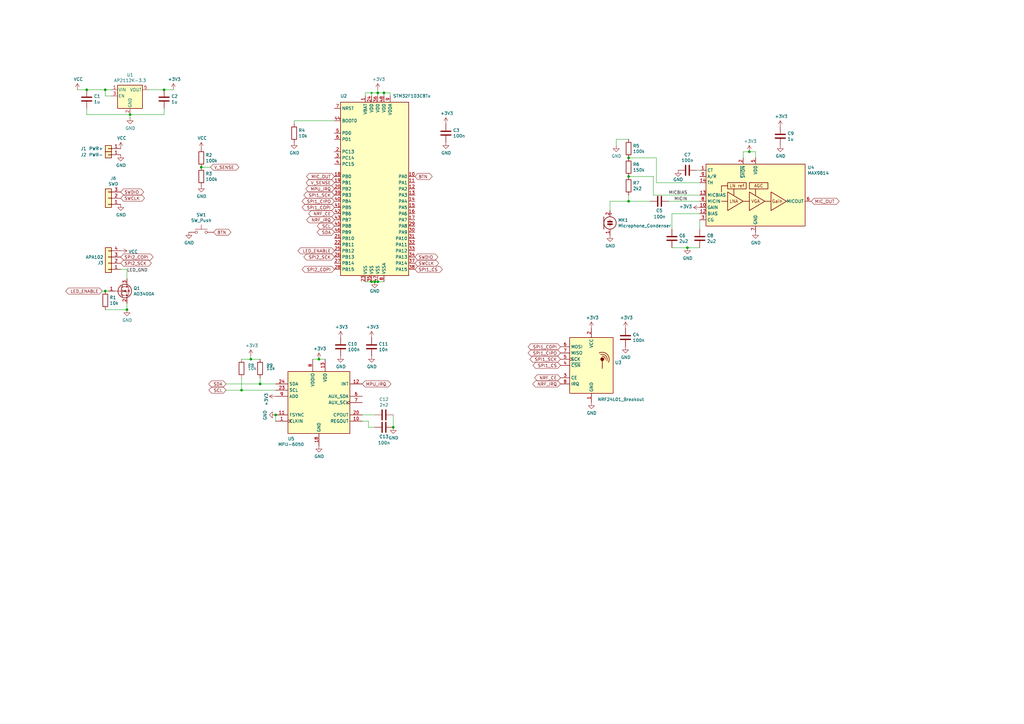
<source format=kicad_sch>
(kicad_sch (version 20200618) (host eeschema "(5.99.0-2238-g55daf645b)")
  (page 1 1)
  (paper "A3")
  (lib_symbols
    (symbol "Amplifier_Audio:MAX9814" (pin_names (offset 0.508))
      (property "Reference" "U" (at -20.32 13.97 0))
      (property "Value" "MAX9814" (at 11.43 13.97 0))
      (symbol "MAX9814_0_0"
        (text "AGC" (at 1.27 3.81 0) (effects (font (size 1.27 1.27))))
        (text "Gain" (at 8.89 -2.54 0) (effects (font (size 1.27 1.27))))
        (text "LN ref" (at -7.62 3.81 0) (effects (font (size 1.27 1.27))))
        (text "LNA" (at -8.89 -2.54 0) (effects (font (size 1.27 1.27))))
        (text "VGA" (at 0 -2.54 0) (effects (font (size 1.27 1.27))))
        (rectangle (start -11.43 5.08) (end -3.81 2.54) (stroke (width 0.254)))
        (rectangle (start -2.54 5.08) (end 5.08 2.54) (stroke (width 0.254)))
        (polyline (pts (xy -11.43 -2.54) (xy -13.97 -2.54)) (stroke (width 0.254)))
        (polyline (pts (xy -8.89 2.54) (xy -8.89 0)) (stroke (width 0.254)))
        (polyline (pts (xy -2.54 -2.54) (xy -5.08 -2.54)) (stroke (width 0.254)))
        (polyline (pts (xy 0 2.54) (xy 0 0)) (stroke (width 0.254)))
        (polyline (pts (xy 3.81 -2.54) (xy 6.35 -2.54)) (stroke (width 0.254)))
        (polyline (pts (xy -11.43 3.81) (xy -13.97 3.81) (xy -13.97 1.27)) (stroke (width 0.254)))
        (polyline (pts (xy -5.08 -2.54) (xy -11.43 1.27) (xy -11.43 -6.35) (xy -5.08 -2.54)) (stroke (width 0.254)))
        (polyline (pts (xy 3.81 -2.54) (xy -2.54 1.27) (xy -2.54 -6.35) (xy 3.81 -2.54)) (stroke (width 0.254)))
        (polyline (pts (xy 12.7 -2.54) (xy 6.35 1.27) (xy 6.35 -6.35) (xy 12.7 -2.54)) (stroke (width 0.254)))
      )
      (symbol "MAX9814_0_1"
        (rectangle (start -20.32 12.7) (end 20.32 -12.7) (stroke (width 0.254)) (fill (type background)))
      )
      (symbol "MAX9814_1_1"
        (pin input line (at -22.86 10.16 0) (length 2.54) (name "CT") (number "1"))
        (pin input line (at -22.86 -5.08 0) (length 2.54) (name "GAIN") (number "10"))
        (pin passive line (at 0 -15.24 90) (length 2.54) hide (name "GND") (number "11"))
        (pin passive line (at -22.86 -7.62 0) (length 2.54) (name "BIAS") (number "12"))
        (pin output line (at -22.86 0 0) (length 2.54) (name "MICBIAS") (number "13"))
        (pin input line (at -22.86 5.08 0) (length 2.54) (name "TH") (number "14"))
        (pin passive line (at 0 -15.24 90) (length 2.54) hide (name "GND") (number "15"))
        (pin input line (at -5.08 15.24 270) (length 2.54) (name "~SHDN") (number "2"))
        (pin passive line (at -22.86 -10.16 0) (length 2.54) (name "CG") (number "3"))
        (pin passive line (at 0 -15.24 90) (length 2.54) hide (name "GND") (number "4"))
        (pin power_in line (at 0 15.24 270) (length 2.54) (name "VDD") (number "5"))
        (pin output line (at 22.86 -2.54 180) (length 2.54) (name "MICOUT") (number "6"))
        (pin power_in line (at 0 -15.24 90) (length 2.54) (name "GND") (number "7"))
        (pin input line (at -22.86 -2.54 0) (length 2.54) (name "MICIN") (number "8"))
        (pin input line (at -22.86 7.62 0) (length 2.54) (name "A/R") (number "9"))
      )
    )
    (symbol "Connector_Generic:Conn_01x01" (pin_names hide)
      (property "Reference" "J" (at 0 2.54 0))
      (property "Value" "Conn_01x01" (at 0 -2.54 0))
      (symbol "Conn_01x01_1_1"
        (rectangle (start -1.27 0.127) (end 0 -0.127) (stroke (width 0.1524)))
        (rectangle (start -1.27 1.27) (end 1.27 -1.27) (stroke (width 0.254)) (fill (type background)))
        (pin passive line (at -5.08 0 0) (length 3.81) (name "Pin_1") (number "1"))
      )
    )
    (symbol "Connector_Generic:Conn_01x03" (pin_names hide)
      (property "Reference" "J" (at 0 5.08 0))
      (property "Value" "Conn_01x03" (at 0 -5.08 0))
      (symbol "Conn_01x03_1_1"
        (rectangle (start -1.27 -2.413) (end 0 -2.667) (stroke (width 0.1524)))
        (rectangle (start -1.27 2.667) (end 0 2.413) (stroke (width 0.1524)))
        (rectangle (start -1.27 3.81) (end 1.27 -3.81) (stroke (width 0.254)) (fill (type background)))
        (rectangle (start -1.27 0.127) (end 0 -0.127) (stroke (width 0.1524)))
        (pin passive line (at -5.08 2.54 0) (length 3.81) (name "Pin_1") (number "1"))
        (pin passive line (at -5.08 0 0) (length 3.81) (name "Pin_2") (number "2"))
        (pin passive line (at -5.08 -2.54 0) (length 3.81) (name "Pin_3") (number "3"))
      )
    )
    (symbol "Connector_Generic:Conn_01x04" (pin_names hide)
      (property "Reference" "J" (at 0 5.08 0))
      (property "Value" "Conn_01x04" (at 0 -7.62 0))
      (symbol "Conn_01x04_1_1"
        (rectangle (start -1.27 -4.953) (end 0 -5.207) (stroke (width 0.1524)))
        (rectangle (start -1.27 -2.413) (end 0 -2.667) (stroke (width 0.1524)))
        (rectangle (start -1.27 2.667) (end 0 2.413) (stroke (width 0.1524)))
        (rectangle (start -1.27 3.81) (end 1.27 -6.35) (stroke (width 0.254)) (fill (type background)))
        (rectangle (start -1.27 0.127) (end 0 -0.127) (stroke (width 0.1524)))
        (pin passive line (at -5.08 2.54 0) (length 3.81) (name "Pin_1") (number "1"))
        (pin passive line (at -5.08 0 0) (length 3.81) (name "Pin_2") (number "2"))
        (pin passive line (at -5.08 -2.54 0) (length 3.81) (name "Pin_3") (number "3"))
        (pin passive line (at -5.08 -5.08 0) (length 3.81) (name "Pin_4") (number "4"))
      )
    )
    (symbol "Device:C" (pin_numbers hide) (pin_names (offset 0.254))
      (property "Reference" "C" (at 0.635 2.54 0))
      (property "Value" "C" (at 0.635 -2.54 0))
      (symbol "C_0_1"
        (polyline (pts (xy -2.032 -0.762) (xy 2.032 -0.762)) (stroke (width 0.508)))
        (polyline (pts (xy -2.032 0.762) (xy 2.032 0.762)) (stroke (width 0.508)))
      )
      (symbol "C_1_1"
        (pin passive line (at 0 3.81 270) (length 2.794) (name "~") (number "1"))
        (pin passive line (at 0 -3.81 90) (length 2.794) (name "~") (number "2"))
      )
    )
    (symbol "Device:Microphone_Condenser" (pin_names (offset 0.0254) hide)
      (property "Reference" "MK" (at -3.302 1.27 0))
      (property "Value" "Microphone_Condenser" (at -3.302 -0.635 0))
      (symbol "Microphone_Condenser_0_1"
        (circle (center 0 0) (radius 2.54) (stroke (width 0.254)))
        (rectangle (start 1.016 -0.254) (end -1.016 -0.762) (fill (type outline)))
        (rectangle (start 1.016 0.762) (end -1.016 0.254) (fill (type outline)))
        (polyline (pts (xy -2.54 2.54) (xy -2.54 -2.54)) (stroke (width 0.254)))
        (polyline (pts (xy 0 -0.762) (xy 0 -1.524)))
        (polyline (pts (xy 0 0.762) (xy 0 1.524)))
        (polyline (pts (xy 0.254 3.81) (xy 0.762 3.81)))
        (polyline (pts (xy 0.508 4.064) (xy 0.508 3.556)))
      )
      (symbol "Microphone_Condenser_1_1"
        (pin passive line (at 0 -5.08 90) (length 2.54) (name "-") (number "1"))
        (pin passive line (at 0 5.08 270) (length 2.54) (name "+") (number "2"))
      )
    )
    (symbol "Device:R" (pin_numbers hide) (pin_names (offset 0))
      (property "Reference" "R" (at 2.032 0 90))
      (property "Value" "R" (at 0 0 90))
      (symbol "R_0_1"
        (rectangle (start -1.016 -2.54) (end 1.016 2.54) (stroke (width 0.254)))
      )
      (symbol "R_1_1"
        (pin passive line (at 0 3.81 270) (length 1.27) (name "~") (number "1"))
        (pin passive line (at 0 -3.81 90) (length 1.27) (name "~") (number "2"))
      )
    )
    (symbol "MCU_ST_STM32F1:STM32F103C8Tx" (pin_names (offset 0.508))
      (property "Reference" "U" (at -15.24 36.83 0))
      (property "Value" "STM32F103C8Tx" (at 7.62 36.83 0))
      (symbol "STM32F103C8Tx_0_1"
        (rectangle (start -15.24 -35.56) (end 12.7 35.56) (stroke (width 0.254)) (fill (type background)))
      )
      (symbol "STM32F103C8Tx_1_1"
        (pin input line (at -17.78 27.94 0) (length 2.54) (name "BOOT0") (number "44"))
        (pin input line (at -17.78 33.02 0) (length 2.54) (name "NRST") (number "7"))
        (pin bidirectional line (at 15.24 5.08 180) (length 2.54) (name "PA0") (number "10"))
        (pin bidirectional line (at 15.24 2.54 180) (length 2.54) (name "PA1") (number "11"))
        (pin bidirectional line (at 15.24 -20.32 180) (length 2.54) (name "PA10") (number "31"))
        (pin bidirectional line (at 15.24 -22.86 180) (length 2.54) (name "PA11") (number "32"))
        (pin bidirectional line (at 15.24 -25.4 180) (length 2.54) (name "PA12") (number "33"))
        (pin bidirectional line (at 15.24 -27.94 180) (length 2.54) (name "PA13") (number "34"))
        (pin bidirectional line (at 15.24 -30.48 180) (length 2.54) (name "PA14") (number "37"))
        (pin bidirectional line (at 15.24 -33.02 180) (length 2.54) (name "PA15") (number "38"))
        (pin bidirectional line (at 15.24 0 180) (length 2.54) (name "PA2") (number "12"))
        (pin bidirectional line (at 15.24 -2.54 180) (length 2.54) (name "PA3") (number "13"))
        (pin bidirectional line (at 15.24 -5.08 180) (length 2.54) (name "PA4") (number "14"))
        (pin bidirectional line (at 15.24 -7.62 180) (length 2.54) (name "PA5") (number "15"))
        (pin bidirectional line (at 15.24 -10.16 180) (length 2.54) (name "PA6") (number "16"))
        (pin bidirectional line (at 15.24 -12.7 180) (length 2.54) (name "PA7") (number "17"))
        (pin bidirectional line (at 15.24 -15.24 180) (length 2.54) (name "PA8") (number "29"))
        (pin bidirectional line (at 15.24 -17.78 180) (length 2.54) (name "PA9") (number "30"))
        (pin bidirectional line (at -17.78 5.08 0) (length 2.54) (name "PB0") (number "18"))
        (pin bidirectional line (at -17.78 2.54 0) (length 2.54) (name "PB1") (number "19"))
        (pin bidirectional line (at -17.78 -20.32 0) (length 2.54) (name "PB10") (number "21"))
        (pin bidirectional line (at -17.78 -22.86 0) (length 2.54) (name "PB11") (number "22"))
        (pin bidirectional line (at -17.78 -25.4 0) (length 2.54) (name "PB12") (number "25"))
        (pin bidirectional line (at -17.78 -27.94 0) (length 2.54) (name "PB13") (number "26"))
        (pin bidirectional line (at -17.78 -30.48 0) (length 2.54) (name "PB14") (number "27"))
        (pin bidirectional line (at -17.78 -33.02 0) (length 2.54) (name "PB15") (number "28"))
        (pin bidirectional line (at -17.78 0 0) (length 2.54) (name "PB2") (number "20"))
        (pin bidirectional line (at -17.78 -2.54 0) (length 2.54) (name "PB3") (number "39"))
        (pin bidirectional line (at -17.78 -5.08 0) (length 2.54) (name "PB4") (number "40"))
        (pin bidirectional line (at -17.78 -7.62 0) (length 2.54) (name "PB5") (number "41"))
        (pin bidirectional line (at -17.78 -10.16 0) (length 2.54) (name "PB6") (number "42"))
        (pin bidirectional line (at -17.78 -12.7 0) (length 2.54) (name "PB7") (number "43"))
        (pin bidirectional line (at -17.78 -15.24 0) (length 2.54) (name "PB8") (number "45"))
        (pin bidirectional line (at -17.78 -17.78 0) (length 2.54) (name "PB9") (number "46"))
        (pin bidirectional line (at -17.78 15.24 0) (length 2.54) (name "PC13") (number "2"))
        (pin bidirectional line (at -17.78 12.7 0) (length 2.54) (name "PC14") (number "3"))
        (pin bidirectional line (at -17.78 10.16 0) (length 2.54) (name "PC15") (number "4"))
        (pin input line (at -17.78 22.86 0) (length 2.54) (name "PD0") (number "5"))
        (pin input line (at -17.78 20.32 0) (length 2.54) (name "PD1") (number "6"))
        (pin power_in line (at -5.08 38.1 270) (length 2.54) (name "VBAT") (number "1"))
        (pin power_in line (at -2.54 38.1 270) (length 2.54) (name "VDD") (number "24"))
        (pin power_in line (at 0 38.1 270) (length 2.54) (name "VDD") (number "36"))
        (pin power_in line (at 2.54 38.1 270) (length 2.54) (name "VDD") (number "48"))
        (pin power_in line (at 5.08 38.1 270) (length 2.54) (name "VDDA") (number "9"))
        (pin power_in line (at -5.08 -38.1 90) (length 2.54) (name "VSS") (number "23"))
        (pin power_in line (at -2.54 -38.1 90) (length 2.54) (name "VSS") (number "35"))
        (pin power_in line (at 0 -38.1 90) (length 2.54) (name "VSS") (number "47"))
        (pin power_in line (at 2.54 -38.1 90) (length 2.54) (name "VSSA") (number "8"))
      )
    )
    (symbol "RF:NRF24L01_Breakout"
      (property "Reference" "U" (at -8.89 12.7 0))
      (property "Value" "NRF24L01_Breakout" (at 3.81 12.7 0))
      (symbol "NRF24L01_Breakout_0_1"
        (arc (start 3.175 5.08) (end 6.985 1.27) (radius (at 4.445 2.54) (length 2.8448) (angles 116.6 -26.6)) (stroke (width 0.254)))
        (arc (start 4.445 3.81) (end 5.715 2.54) (radius (at 4.445 2.5654) (length 1.2446) (angles 90 -1.1)) (stroke (width 0.254)))
        (arc (start 3.81 4.445) (end 6.35 1.905) (radius (at 4.445 2.5654) (length 1.9812) (angles 108.7 -19.1)) (stroke (width 0.254)))
        (circle (center 4.445 2.54) (radius 0.635) (stroke (width 0.254)) (fill (type outline)))
        (rectangle (start -8.89 11.43) (end 8.89 -11.43) (stroke (width 0.254)) (fill (type background)))
        (polyline (pts (xy 4.445 1.905) (xy 4.445 -1.27)) (stroke (width 0.254)))
      )
      (symbol "NRF24L01_Breakout_1_1"
        (pin power_in line (at 0 -15.24 90) (length 3.81) (name "GND") (number "1"))
        (pin power_in line (at 0 15.24 270) (length 3.81) (name "VCC") (number "2"))
        (pin input line (at -12.7 -5.08 0) (length 3.81) (name "CE") (number "3"))
        (pin input line (at -12.7 0 0) (length 3.81) (name "~CSN") (number "4"))
        (pin input clock (at -12.7 2.54 0) (length 3.81) (name "SCK") (number "5"))
        (pin input line (at -12.7 7.62 0) (length 3.81) (name "MOSI") (number "6"))
        (pin output line (at -12.7 5.08 0) (length 3.81) (name "MISO") (number "7"))
        (pin output line (at -12.7 -7.62 0) (length 3.81) (name "IRQ") (number "8"))
      )
    )
    (symbol "Regulator_Linear:AP2112K-3.3" (pin_names (offset 0.254))
      (property "Reference" "U" (at -5.08 5.715 0))
      (property "Value" "AP2112K-3.3" (at 0 5.715 0))
      (symbol "AP2112K-3.3_0_1"
        (rectangle (start -5.08 4.445) (end 5.08 -5.08) (stroke (width 0.254)) (fill (type background)))
      )
      (symbol "AP2112K-3.3_1_1"
        (pin power_in line (at -7.62 2.54 0) (length 2.54) (name "VIN") (number "1"))
        (pin power_in line (at 0 -7.62 90) (length 2.54) (name "GND") (number "2"))
        (pin input line (at -7.62 0 0) (length 2.54) (name "EN") (number "3"))
        (pin unconnected line (at 7.62 0 180) (length 2.54) hide (name "NC") (number "4"))
        (pin power_out line (at 7.62 2.54 180) (length 2.54) (name "VOUT") (number "5"))
      )
    )
    (symbol "Sensor_Motion:MPU-6050" (pin_names (offset 0.508))
      (property "Reference" "U" (at -11.43 13.97 0))
      (property "Value" "MPU-6050" (at 7.62 -13.97 0))
      (symbol "MPU-6050_0_1"
        (rectangle (start -12.7 12.7) (end 12.7 -12.7) (stroke (width 0.254)) (fill (type background)))
      )
      (symbol "MPU-6050_1_1"
        (pin input clock (at -17.78 -7.62 0) (length 5.08) (name "CLKIN") (number "1"))
        (pin passive line (at 17.78 -7.62 180) (length 5.08) (name "REGOUT") (number "10"))
        (pin input line (at -17.78 -5.08 0) (length 5.08) (name "FSYNC") (number "11"))
        (pin output line (at 17.78 7.62 180) (length 5.08) (name "INT") (number "12"))
        (pin power_in line (at 2.54 17.78 270) (length 5.08) (name "VDD") (number "13"))
        (pin power_in line (at 0 -17.78 90) (length 5.08) (name "GND") (number "18"))
        (pin passive line (at 17.78 -5.08 180) (length 5.08) (name "CPOUT") (number "20"))
        (pin input line (at -17.78 5.08 0) (length 5.08) (name "SCL") (number "23"))
        (pin bidirectional line (at -17.78 7.62 0) (length 5.08) (name "SDA") (number "24"))
        (pin bidirectional line (at 17.78 2.54 180) (length 5.08) (name "AUX_SDA") (number "6"))
        (pin output clock (at 17.78 0 180) (length 5.08) (name "AUX_SCL") (number "7"))
        (pin power_in line (at -2.54 17.78 270) (length 5.08) (name "VDDIO") (number "8"))
        (pin input line (at -17.78 2.54 0) (length 5.08) (name "AD0") (number "9"))
      )
    )
    (symbol "Switch:SW_Push" (pin_numbers hide) (pin_names hide)
      (property "Reference" "SW" (at 1.27 2.54 0))
      (property "Value" "SW_Push" (at 0 -1.524 0))
      (symbol "SW_Push_0_1"
        (circle (center -2.032 0) (radius 0.508))
        (circle (center 2.032 0) (radius 0.508))
        (polyline (pts (xy 0 1.27) (xy 0 3.048)))
        (polyline (pts (xy 2.54 1.27) (xy -2.54 1.27)))
        (pin passive line (at -5.08 0 0) (length 2.54) (name "1") (number "1"))
        (pin passive line (at 5.08 0 180) (length 2.54) (name "2") (number "2"))
      )
    )
    (symbol "Transistor_FET:AO3400A" (pin_names (offset 0.508) hide)
      (property "Reference" "Q" (at 5.08 1.905 0))
      (property "Value" "AO3400A" (at 5.08 0 0))
      (symbol "AO3400A_0_1"
        (circle (center 1.651 0) (radius 2.794) (stroke (width 0.254)))
        (circle (center 2.54 -1.778) (radius 0.254) (fill (type outline)))
        (circle (center 2.54 1.778) (radius 0.254) (fill (type outline)))
        (polyline (pts (xy 0.254 0) (xy -2.54 0)))
        (polyline (pts (xy 0.254 1.905) (xy 0.254 -1.905)) (stroke (width 0.254)))
        (polyline (pts (xy 0.762 -1.27) (xy 0.762 -2.286)) (stroke (width 0.254)))
        (polyline (pts (xy 0.762 0.508) (xy 0.762 -0.508)) (stroke (width 0.254)))
        (polyline (pts (xy 0.762 2.286) (xy 0.762 1.27)) (stroke (width 0.254)))
        (polyline (pts (xy 2.54 2.54) (xy 2.54 1.778)))
        (polyline (pts (xy 2.54 -2.54) (xy 2.54 0) (xy 0.762 0)))
        (polyline (pts (xy 0.762 -1.778) (xy 3.302 -1.778) (xy 3.302 1.778) (xy 0.762 1.778)))
        (polyline (pts (xy 1.016 0) (xy 2.032 0.381) (xy 2.032 -0.381) (xy 1.016 0)) (fill (type outline)))
        (polyline (pts (xy 2.794 0.508) (xy 2.921 0.381) (xy 3.683 0.381) (xy 3.81 0.254)))
        (polyline (pts (xy 3.302 0.381) (xy 2.921 -0.254) (xy 3.683 -0.254) (xy 3.302 0.381)))
      )
      (symbol "AO3400A_1_1"
        (pin input line (at -5.08 0 0) (length 2.54) (name "G") (number "1"))
        (pin passive line (at 2.54 -5.08 90) (length 2.54) (name "S") (number "2"))
        (pin passive line (at 2.54 5.08 270) (length 2.54) (name "D") (number "3"))
      )
    )
    (symbol "power:+3V3" (power) (pin_names (offset 0))
      (property "Value" "+3V3" (at 0 3.556 0))
      (symbol "+3V3_0_1"
        (polyline (pts (xy -0.762 1.27) (xy 0 2.54)))
        (polyline (pts (xy 0 0) (xy 0 2.54)))
        (polyline (pts (xy 0 2.54) (xy 0.762 1.27)))
      )
      (symbol "+3V3_1_1"
        (pin power_in line (at 0 0 90) (length 0) hide (name "+3V3") (number "1"))
      )
    )
    (symbol "power:GND" (power) (pin_names (offset 0))
      (property "Value" "GND" (at 0 -3.81 0))
      (symbol "GND_0_1"
        (polyline (pts (xy 0 0) (xy 0 -1.27) (xy 1.27 -1.27) (xy 0 -2.54) (xy -1.27 -1.27) (xy 0 -1.27)))
      )
      (symbol "GND_1_1"
        (pin power_in line (at 0 0 270) (length 0) hide (name "GND") (number "1"))
      )
    )
    (symbol "power:VCC" (power) (pin_names (offset 0))
      (property "Value" "VCC" (at 0 3.81 0))
      (symbol "VCC_0_1"
        (polyline (pts (xy -0.762 1.27) (xy 0 2.54)))
        (polyline (pts (xy 0 0) (xy 0 2.54)))
        (polyline (pts (xy 0 2.54) (xy 0.762 1.27)))
      )
      (symbol "VCC_1_1"
        (pin power_in line (at 0 0 90) (length 0) hide (name "VCC") (number "1"))
      )
    )
  )
  (junction (at 35.56 36.83))
  (junction (at 43.18 36.83))
  (junction (at 43.18 119.38))
  (junction (at 52.07 127))
  (junction (at 53.34 46.99))
  (junction (at 67.31 36.83))
  (junction (at 82.55 68.58))
  (junction (at 99.06 160.02))
  (junction (at 102.87 147.32))
  (junction (at 106.68 157.48))
  (junction (at 113.03 170.18))
  (junction (at 130.81 147.32))
  (junction (at 152.4 38.1) (diameter 0.635))
  (junction (at 152.4 115.57))
  (junction (at 153.67 115.57))
  (junction (at 154.94 38.1))
  (junction (at 154.94 115.57))
  (junction (at 157.48 38.1))
  (junction (at 161.29 175.26))
  (junction (at 257.81 64.77))
  (junction (at 257.81 72.39))
  (junction (at 257.81 82.55))
  (junction (at 281.94 101.6))
  (junction (at 307.34 62.23))
  (wire (pts (xy 31.75 36.83) (xy 35.56 36.83)))
  (wire (pts (xy 35.56 36.83) (xy 43.18 36.83)))
  (wire (pts (xy 35.56 46.99) (xy 35.56 44.45)))
  (wire (pts (xy 41.91 119.38) (xy 43.18 119.38)))
  (wire (pts (xy 43.18 36.83) (xy 45.72 36.83)))
  (wire (pts (xy 43.18 39.37) (xy 43.18 36.83)))
  (wire (pts (xy 43.18 119.38) (xy 44.45 119.38)))
  (wire (pts (xy 43.18 127) (xy 52.07 127)))
  (wire (pts (xy 45.72 39.37) (xy 43.18 39.37)))
  (wire (pts (xy 52.07 110.49) (xy 49.53 110.49)))
  (wire (pts (xy 52.07 110.49) (xy 52.07 114.3)))
  (wire (pts (xy 52.07 124.46) (xy 52.07 127)))
  (wire (pts (xy 53.34 46.99) (xy 35.56 46.99)))
  (wire (pts (xy 53.34 46.99) (xy 53.34 48.26)))
  (wire (pts (xy 53.34 46.99) (xy 67.31 46.99)))
  (wire (pts (xy 60.96 36.83) (xy 67.31 36.83)))
  (wire (pts (xy 67.31 36.83) (xy 71.12 36.83)))
  (wire (pts (xy 67.31 46.99) (xy 67.31 44.45)))
  (wire (pts (xy 82.55 68.58) (xy 86.36 68.58)))
  (wire (pts (xy 92.71 157.48) (xy 106.68 157.48)))
  (wire (pts (xy 92.71 160.02) (xy 99.06 160.02)))
  (wire (pts (xy 99.06 147.32) (xy 102.87 147.32)))
  (wire (pts (xy 99.06 154.94) (xy 99.06 160.02)))
  (wire (pts (xy 99.06 160.02) (xy 113.03 160.02)))
  (wire (pts (xy 102.87 146.05) (xy 102.87 147.32)))
  (wire (pts (xy 102.87 147.32) (xy 106.68 147.32)))
  (wire (pts (xy 106.68 154.94) (xy 106.68 157.48)))
  (wire (pts (xy 106.68 157.48) (xy 113.03 157.48)))
  (wire (pts (xy 113.03 170.18) (xy 113.03 172.72)))
  (wire (pts (xy 120.65 49.53) (xy 120.65 50.8)))
  (wire (pts (xy 128.27 147.32) (xy 130.81 147.32)))
  (wire (pts (xy 130.81 147.32) (xy 133.35 147.32)))
  (wire (pts (xy 137.16 49.53) (xy 120.65 49.53)))
  (wire (pts (xy 148.59 170.18) (xy 153.67 170.18)))
  (wire (pts (xy 148.59 172.72) (xy 151.13 172.72)))
  (wire (pts (xy 149.86 38.1) (xy 152.4 38.1)))
  (wire (pts (xy 149.86 39.37) (xy 149.86 38.1)))
  (wire (pts (xy 149.86 115.57) (xy 152.4 115.57)))
  (wire (pts (xy 151.13 172.72) (xy 151.13 175.26)))
  (wire (pts (xy 151.13 175.26) (xy 153.67 175.26)))
  (wire (pts (xy 152.4 38.1) (xy 154.94 38.1)))
  (wire (pts (xy 152.4 39.37) (xy 152.4 38.1)))
  (wire (pts (xy 152.4 115.57) (xy 153.67 115.57)))
  (wire (pts (xy 153.67 115.57) (xy 154.94 115.57)))
  (wire (pts (xy 154.94 36.83) (xy 154.94 38.1)))
  (wire (pts (xy 154.94 38.1) (xy 154.94 39.37)))
  (wire (pts (xy 154.94 115.57) (xy 157.48 115.57)))
  (wire (pts (xy 157.48 38.1) (xy 154.94 38.1)))
  (wire (pts (xy 157.48 39.37) (xy 157.48 38.1)))
  (wire (pts (xy 160.02 38.1) (xy 157.48 38.1)))
  (wire (pts (xy 160.02 39.37) (xy 160.02 38.1)))
  (wire (pts (xy 161.29 170.18) (xy 161.29 175.26)))
  (wire (pts (xy 250.19 82.55) (xy 250.19 86.36)))
  (wire (pts (xy 252.73 57.15) (xy 252.73 59.69)))
  (wire (pts (xy 257.81 57.15) (xy 252.73 57.15)))
  (wire (pts (xy 257.81 72.39) (xy 267.97 72.39)))
  (wire (pts (xy 257.81 80.01) (xy 257.81 82.55)))
  (wire (pts (xy 257.81 82.55) (xy 250.19 82.55)))
  (wire (pts (xy 266.7 82.55) (xy 257.81 82.55)))
  (wire (pts (xy 267.97 72.39) (xy 267.97 80.01)))
  (wire (pts (xy 267.97 80.01) (xy 287.02 80.01)))
  (wire (pts (xy 269.24 64.77) (xy 257.81 64.77)))
  (wire (pts (xy 269.24 64.77) (xy 269.24 74.93)))
  (wire (pts (xy 274.32 82.55) (xy 287.02 82.55)))
  (wire (pts (xy 275.59 87.63) (xy 287.02 87.63)))
  (wire (pts (xy 275.59 93.98) (xy 275.59 87.63)))
  (wire (pts (xy 275.59 101.6) (xy 281.94 101.6)))
  (wire (pts (xy 281.94 101.6) (xy 287.02 101.6)))
  (wire (pts (xy 285.75 69.85) (xy 287.02 69.85)))
  (wire (pts (xy 287.02 74.93) (xy 269.24 74.93)))
  (wire (pts (xy 287.02 90.17) (xy 287.02 93.98)))
  (wire (pts (xy 304.8 62.23) (xy 307.34 62.23)))
  (wire (pts (xy 304.8 64.77) (xy 304.8 62.23)))
  (wire (pts (xy 309.88 62.23) (xy 307.34 62.23)))
  (wire (pts (xy 309.88 64.77) (xy 309.88 62.23)))
  (label "LED_GND" (at 52.07 111.76 0))
  (label "MICBIAS" (at 281.94 80.01 180))
  (label "MICIN" (at 281.94 82.55 180))
  (global_label "LED_ENABLE" (shape bidirectional) (at 41.91 119.38 180))
  (global_label "SWDIO" (shape bidirectional) (at 49.53 78.74 0))
  (global_label "SWCLK" (shape bidirectional) (at 49.53 81.28 0))
  (global_label "SPI2_COPI" (shape bidirectional) (at 49.53 105.41 0))
  (global_label "SPI2_SCK" (shape bidirectional) (at 49.53 107.95 0))
  (global_label "V_SENSE" (shape bidirectional) (at 86.36 68.58 0))
  (global_label "BTN" (shape bidirectional) (at 87.63 95.25 0))
  (global_label "SDA" (shape bidirectional) (at 92.71 157.48 180))
  (global_label "SCL" (shape bidirectional) (at 92.71 160.02 180))
  (global_label "MIC_OUT" (shape bidirectional) (at 137.16 72.39 180))
  (global_label "V_SENSE" (shape bidirectional) (at 137.16 74.93 180))
  (global_label "MPU_IRQ" (shape bidirectional) (at 137.16 77.47 180))
  (global_label "SPI1_SCK" (shape bidirectional) (at 137.16 80.01 180))
  (global_label "SPI1_CIPO" (shape bidirectional) (at 137.16 82.55 180))
  (global_label "SPI1_COPI" (shape bidirectional) (at 137.16 85.09 180))
  (global_label "NRF_CE" (shape bidirectional) (at 137.16 87.63 180))
  (global_label "NRF_IRQ" (shape bidirectional) (at 137.16 90.17 180))
  (global_label "SCL" (shape bidirectional) (at 137.16 92.71 180))
  (global_label "SDA" (shape bidirectional) (at 137.16 95.25 180))
  (global_label "LED_ENABLE" (shape bidirectional) (at 137.16 102.87 180))
  (global_label "SPI2_SCK" (shape bidirectional) (at 137.16 105.41 180))
  (global_label "SPI2_COPI" (shape bidirectional) (at 137.16 110.49 180))
  (global_label "MPU_IRQ" (shape bidirectional) (at 148.59 157.48 0))
  (global_label "BTN" (shape bidirectional) (at 170.18 72.39 0))
  (global_label "SWDIO" (shape bidirectional) (at 170.18 105.41 0))
  (global_label "SWCLK" (shape bidirectional) (at 170.18 107.95 0))
  (global_label "SPI1_CS" (shape bidirectional) (at 170.18 110.49 0))
  (global_label "SPI1_COPI" (shape bidirectional) (at 229.87 142.24 180))
  (global_label "SPI1_CIPO" (shape bidirectional) (at 229.87 144.78 180))
  (global_label "SPI1_SCK" (shape bidirectional) (at 229.87 147.32 180))
  (global_label "SPI1_CS" (shape bidirectional) (at 229.87 149.86 180))
  (global_label "NRF_CE" (shape bidirectional) (at 229.87 154.94 180))
  (global_label "NRF_IRQ" (shape bidirectional) (at 229.87 157.48 180))
  (global_label "MIC_OUT" (shape bidirectional) (at 332.74 82.55 0))
  (symbol (lib_id "power:VCC") (at 31.75 36.83 0) (unit 1)
    (property "Reference" "#PWR0103" (effects hide))
    (property "Value" "VCC" (at 32.1183 32.5056 0))
  )
  (symbol (lib_id "power:VCC") (at 49.53 60.96 0) (unit 1)
    (property "Reference" "#PWR0104" (effects hide))
    (property "Value" "VCC" (at 49.8983 56.6356 0))
  )
  (symbol (lib_id "power:VCC") (at 49.53 102.87 270) (unit 1)
    (property "Reference" "#PWR0102" (effects hide))
    (property "Value" "VCC" (at 52.7051 103.2383 90) (effects (justify left)))
  )
  (symbol (lib_id "power:+3V3") (at 71.12 36.83 0) (unit 1)
    (property "Reference" "#PWR0106" (effects hide))
    (property "Value" "+3V3" (at 71.4883 32.5056 0))
  )
  (symbol (lib_id "power:VCC") (at 82.55 60.96 0) (unit 1)
    (property "Reference" "#PWR0123" (effects hide))
    (property "Value" "VCC" (at 82.9183 56.6356 0))
  )
  (symbol (lib_id "power:+3V3") (at 102.87 146.05 0) (unit 1)
    (property "Reference" "#PWR0141" (effects hide))
    (property "Value" "+3V3" (at 103.2383 141.7256 0))
  )
  (symbol (lib_id "power:+3V3") (at 113.03 162.56 90) (unit 1)
    (property "Reference" "#PWR0139" (effects hide))
    (property "Value" "+3V3" (at 109.22 163.83 0))
  )
  (symbol (lib_id "power:+3V3") (at 130.81 147.32 0) (unit 1)
    (property "Reference" "#PWR0136" (effects hide))
    (property "Value" "+3V3" (at 131.1783 142.9956 0))
  )
  (symbol (lib_id "power:+3V3") (at 139.7 138.43 0) (unit 1)
    (property "Reference" "#PWR0138" (effects hide))
    (property "Value" "+3V3" (at 140.0683 134.1056 0))
  )
  (symbol (lib_id "power:+3V3") (at 152.4 138.43 0) (unit 1)
    (property "Reference" "#PWR0137" (effects hide))
    (property "Value" "+3V3" (at 152.7683 134.1056 0))
  )
  (symbol (lib_id "power:+3V3") (at 154.94 36.83 0) (unit 1)
    (property "Reference" "#PWR0112" (effects hide))
    (property "Value" "+3V3" (at 155.3083 32.5056 0))
  )
  (symbol (lib_id "power:+3V3") (at 182.88 50.8 0) (unit 1)
    (property "Reference" "#PWR0111" (effects hide))
    (property "Value" "+3V3" (at 183.2483 46.4756 0))
  )
  (symbol (lib_id "power:+3V3") (at 242.57 134.62 0) (unit 1)
    (property "Reference" "#PWR0128" (effects hide))
    (property "Value" "+3V3" (at 242.9383 130.2956 0))
  )
  (symbol (lib_id "power:+3V3") (at 256.54 134.62 0) (unit 1)
    (property "Reference" "#PWR0126" (effects hide))
    (property "Value" "+3V3" (at 256.9083 130.2956 0))
  )
  (symbol (lib_id "power:+3V3") (at 287.02 85.09 90) (unit 1)
    (property "Reference" "#PWR0116" (effects hide))
    (property "Value" "+3V3" (at 283.8449 84.7217 90) (effects (justify left)))
  )
  (symbol (lib_id "power:+3V3") (at 307.34 62.23 0) (unit 1)
    (property "Reference" "#PWR0118" (effects hide))
    (property "Value" "+3V3" (at 307.7083 57.9056 0))
  )
  (symbol (lib_id "power:+3V3") (at 320.04 52.07 0) (unit 1)
    (property "Reference" "#PWR0115" (effects hide))
    (property "Value" "+3V3" (at 320.4083 47.7456 0))
  )
  (symbol (lib_id "power:GND") (at 49.53 63.5 0) (unit 1)
    (property "Reference" "#PWR0107" (effects hide))
    (property "Value" "GND" (at 49.6443 67.8244 0))
  )
  (symbol (lib_id "power:GND") (at 49.53 83.82 0) (unit 1)
    (property "Reference" "#PWR0108" (effects hide))
    (property "Value" "GND" (at 49.6443 88.1444 0))
  )
  (symbol (lib_id "power:GND") (at 52.07 127 0) (unit 1)
    (property "Reference" "#PWR0109" (effects hide))
    (property "Value" "GND" (at 52.1843 131.3244 0))
  )
  (symbol (lib_id "power:GND") (at 53.34 48.26 0) (unit 1)
    (property "Reference" "#PWR0105" (effects hide))
    (property "Value" "GND" (at 53.4543 52.5844 0))
  )
  (symbol (lib_id "power:GND") (at 77.47 95.25 0) (unit 1)
    (property "Reference" "#PWR0101" (effects hide))
    (property "Value" "GND" (at 77.5843 99.5744 0))
  )
  (symbol (lib_id "power:GND") (at 82.55 76.2 0) (unit 1)
    (property "Reference" "#PWR0122" (effects hide))
    (property "Value" "GND" (at 82.6643 80.5244 0))
  )
  (symbol (lib_id "power:GND") (at 113.03 170.18 270) (unit 1)
    (property "Reference" "#PWR0140" (effects hide))
    (property "Value" "GND" (at 108.7056 170.2943 0))
  )
  (symbol (lib_id "power:GND") (at 120.65 58.42 0) (unit 1)
    (property "Reference" "#PWR0121" (effects hide))
    (property "Value" "GND" (at 120.7643 62.7444 0))
  )
  (symbol (lib_id "power:GND") (at 130.81 182.88 0) (unit 1)
    (property "Reference" "#PWR0133" (effects hide))
    (property "Value" "GND" (at 130.9243 187.2044 0))
  )
  (symbol (lib_id "power:GND") (at 139.7 146.05 0) (unit 1)
    (property "Reference" "#PWR0135" (effects hide))
    (property "Value" "GND" (at 139.8143 150.3744 0))
  )
  (symbol (lib_id "power:GND") (at 152.4 146.05 0) (unit 1)
    (property "Reference" "#PWR0134" (effects hide))
    (property "Value" "GND" (at 152.5143 150.3744 0))
  )
  (symbol (lib_id "power:GND") (at 153.67 115.57 0) (unit 1)
    (property "Reference" "#PWR0120" (effects hide))
    (property "Value" "GND" (at 153.67 119.38 0))
  )
  (symbol (lib_id "power:GND") (at 161.29 175.26 0) (unit 1)
    (property "Reference" "#PWR0132" (effects hide))
    (property "Value" "GND" (at 161.4043 179.5844 0))
  )
  (symbol (lib_id "power:GND") (at 182.88 58.42 0) (unit 1)
    (property "Reference" "#PWR0110" (effects hide))
    (property "Value" "GND" (at 182.9943 62.7444 0))
  )
  (symbol (lib_id "power:GND") (at 242.57 165.1 0) (unit 1)
    (property "Reference" "#PWR0129" (effects hide))
    (property "Value" "GND" (at 242.6843 169.4244 0))
  )
  (symbol (lib_id "power:GND") (at 250.19 96.52 0) (unit 1)
    (property "Reference" "#PWR0124" (effects hide))
    (property "Value" "GND" (at 250.3043 100.8444 0))
  )
  (symbol (lib_id "power:GND") (at 252.73 59.69 0) (unit 1)
    (property "Reference" "#PWR0119" (effects hide))
    (property "Value" "GND" (at 252.8443 64.0144 0))
  )
  (symbol (lib_id "power:GND") (at 256.54 142.24 0) (unit 1)
    (property "Reference" "#PWR0127" (effects hide))
    (property "Value" "GND" (at 256.6543 146.5644 0))
  )
  (symbol (lib_id "power:GND") (at 278.13 69.85 0) (unit 1)
    (property "Reference" "#PWR0113" (effects hide))
    (property "Value" "GND" (at 278.13 73.66 0))
  )
  (symbol (lib_id "power:GND") (at 281.94 101.6 0) (unit 1)
    (property "Reference" "#PWR0125" (effects hide))
    (property "Value" "GND" (at 282.0543 105.9244 0))
  )
  (symbol (lib_id "power:GND") (at 309.88 95.25 0) (unit 1)
    (property "Reference" "#PWR0117" (effects hide))
    (property "Value" "GND" (at 309.9943 99.5744 0))
  )
  (symbol (lib_id "power:GND") (at 320.04 59.69 0) (unit 1)
    (property "Reference" "#PWR0114" (effects hide))
    (property "Value" "GND" (at 320.1543 64.0144 0))
  )
  (symbol (lib_id "Device:R") (at 43.18 123.19 0) (unit 1)
    (property "Reference" "R1" (at 44.9581 122.0406 0) (effects (justify left)))
    (property "Value" "10k" (at 44.958 124.339 0) (effects (justify left)))
    (property "Footprint" "Resistor_SMD:R_0603_1608Metric" (effects hide))
  )
  (symbol (lib_id "Device:R") (at 82.55 64.77 0) (unit 1)
    (property "Reference" "R2" (at 84.3281 63.6206 0) (effects (justify left)))
    (property "Value" "100k" (at 84.328 65.919 0) (effects (justify left)))
    (property "Footprint" "Resistor_SMD:R_0603_1608Metric" (effects hide))
  )
  (symbol (lib_id "Device:R") (at 82.55 72.39 0) (unit 1)
    (property "Reference" "R3" (at 84.3281 71.2406 0) (effects (justify left)))
    (property "Value" "100k" (at 84.328 73.539 0) (effects (justify left)))
    (property "Footprint" "Resistor_SMD:R_0603_1608Metric" (effects hide))
  )
  (symbol (lib_id "Device:R") (at 99.06 151.13 0) (unit 1)
    (property "Reference" "R8" (at 101.6 149.86 0) (effects (justify left)))
    (property "Value" "10k" (at 101.6 151.13 0) (effects (justify left)))
    (property "Footprint" "Resistor_SMD:R_0603_1608Metric" (effects hide))
  )
  (symbol (lib_id "Device:R") (at 106.68 151.13 0) (unit 1)
    (property "Reference" "R9" (at 109.22 149.86 0) (effects (justify left)))
    (property "Value" "10k" (at 109.22 151.13 0) (effects (justify left)))
    (property "Footprint" "Resistor_SMD:R_0603_1608Metric" (effects hide))
  )
  (symbol (lib_id "Device:R") (at 120.65 54.61 0) (unit 1)
    (property "Reference" "R4" (at 122.4281 53.4606 0) (effects (justify left)))
    (property "Value" "10k" (at 122.428 55.759 0) (effects (justify left)))
    (property "Footprint" "Resistor_SMD:R_0603_1608Metric" (effects hide))
  )
  (symbol (lib_id "Device:R") (at 257.81 60.96 0) (unit 1)
    (property "Reference" "R5" (at 259.5881 59.8106 0) (effects (justify left)))
    (property "Value" "100k" (at 259.588 62.109 0) (effects (justify left)))
    (property "Footprint" "Resistor_SMD:R_0603_1608Metric" (effects hide))
  )
  (symbol (lib_id "Device:R") (at 257.81 68.58 0) (unit 1)
    (property "Reference" "R6" (at 259.5881 67.4306 0) (effects (justify left)))
    (property "Value" "150k" (at 259.588 69.729 0) (effects (justify left)))
    (property "Footprint" "Resistor_SMD:R_0603_1608Metric" (effects hide))
  )
  (symbol (lib_id "Device:R") (at 257.81 76.2 0) (unit 1)
    (property "Reference" "R7" (at 259.5881 75.0506 0) (effects (justify left)))
    (property "Value" "2k2" (at 259.588 77.349 0) (effects (justify left)))
    (property "Footprint" "Resistor_SMD:R_0603_1608Metric" (effects hide))
  )
  (symbol (lib_id "Connector_Generic:Conn_01x01") (at 44.45 60.96 180) (unit 1)
    (property "Reference" "J1" (at 34.29 60.96 0))
    (property "Value" "PWR+" (at 39.37 60.96 0))
    (property "Footprint" "TestPoint:TestPoint_Pad_1.5x1.5mm" (effects hide))
  )
  (symbol (lib_id "Connector_Generic:Conn_01x01") (at 44.45 63.5 180) (unit 1)
    (property "Reference" "J2" (at 34.29 63.5 0))
    (property "Value" "PWR-" (at 39.37 63.5 0))
    (property "Footprint" "TestPoint:TestPoint_Pad_1.5x1.5mm" (effects hide))
  )
  (symbol (lib_id "Device:C") (at 35.56 40.64 0) (unit 1)
    (property "Reference" "C1" (at 38.4811 39.4906 0) (effects (justify left)))
    (property "Value" "1u" (at 38.481 41.789 0) (effects (justify left)))
    (property "Footprint" "Capacitor_SMD:C_0603_1608Metric" (effects hide))
  )
  (symbol (lib_id "Device:C") (at 67.31 40.64 0) (unit 1)
    (property "Reference" "C2" (at 70.2311 39.4906 0) (effects (justify left)))
    (property "Value" "1u" (at 70.231 41.789 0) (effects (justify left)))
    (property "Footprint" "Capacitor_SMD:C_0603_1608Metric" (effects hide))
  )
  (symbol (lib_id "Device:C") (at 139.7 142.24 0) (unit 1)
    (property "Reference" "C10" (at 142.6211 141.0906 0) (effects (justify left)))
    (property "Value" "100n" (at 142.621 143.389 0) (effects (justify left)))
    (property "Footprint" "Capacitor_SMD:C_0603_1608Metric" (effects hide))
  )
  (symbol (lib_id "Device:C") (at 152.4 142.24 0) (unit 1)
    (property "Reference" "C11" (at 155.3211 141.0906 0) (effects (justify left)))
    (property "Value" "10n" (at 155.321 143.389 0) (effects (justify left)))
    (property "Footprint" "Capacitor_SMD:C_0603_1608Metric" (effects hide))
  )
  (symbol (lib_id "Device:C") (at 157.48 170.18 90) (unit 1)
    (property "Reference" "C12" (at 157.48 163.8108 90))
    (property "Value" "2n2" (at 157.48 166.11 90))
    (property "Footprint" "Capacitor_SMD:C_0603_1608Metric" (effects hide))
  )
  (symbol (lib_id "Device:C") (at 157.48 175.26 90) (unit 1)
    (property "Reference" "C13" (at 157.48 179.07 90))
    (property "Value" "100n" (at 157.48 181.61 90))
    (property "Footprint" "Capacitor_SMD:C_0603_1608Metric" (effects hide))
  )
  (symbol (lib_id "Device:C") (at 182.88 54.61 0) (unit 1)
    (property "Reference" "C3" (at 185.8011 53.4606 0) (effects (justify left)))
    (property "Value" "100n" (at 185.801 55.759 0) (effects (justify left)))
    (property "Footprint" "Capacitor_SMD:C_0603_1608Metric" (effects hide))
  )
  (symbol (lib_id "Device:C") (at 256.54 138.43 0) (unit 1)
    (property "Reference" "C4" (at 259.4611 137.2806 0) (effects (justify left)))
    (property "Value" "100n" (at 259.461 139.579 0) (effects (justify left)))
    (property "Footprint" "Capacitor_SMD:C_0603_1608Metric" (effects hide))
  )
  (symbol (lib_id "Device:C") (at 270.51 82.55 90) (unit 1)
    (property "Reference" "C5" (at 271.78 86.36 90) (effects (justify left)))
    (property "Value" "100n" (at 273.05 88.9 90) (effects (justify left)))
    (property "Footprint" "Capacitor_SMD:C_0603_1608Metric" (effects hide))
  )
  (symbol (lib_id "Device:C") (at 275.59 97.79 0) (unit 1)
    (property "Reference" "C6" (at 278.5111 96.6406 0) (effects (justify left)))
    (property "Value" "2u2" (at 278.511 98.939 0) (effects (justify left)))
    (property "Footprint" "Capacitor_SMD:C_0603_1608Metric" (effects hide))
  )
  (symbol (lib_id "Device:C") (at 281.94 69.85 270) (unit 1)
    (property "Reference" "C7" (at 281.94 63.4808 90))
    (property "Value" "100n" (at 281.94 65.78 90))
    (property "Footprint" "Capacitor_SMD:C_0603_1608Metric" (effects hide))
  )
  (symbol (lib_id "Device:C") (at 287.02 97.79 0) (unit 1)
    (property "Reference" "C8" (at 289.9411 96.6406 0) (effects (justify left)))
    (property "Value" "2u2" (at 289.941 98.939 0) (effects (justify left)))
    (property "Footprint" "Capacitor_SMD:C_0603_1608Metric" (effects hide))
  )
  (symbol (lib_id "Device:C") (at 320.04 55.88 0) (unit 1)
    (property "Reference" "C9" (at 322.9611 54.7306 0) (effects (justify left)))
    (property "Value" "1u" (at 322.961 57.029 0) (effects (justify left)))
    (property "Footprint" "Capacitor_SMD:C_0603_1608Metric" (effects hide))
  )
  (symbol (lib_id "Switch:SW_Push") (at 82.55 95.25 0) (unit 1)
    (property "Reference" "SW1" (at 82.55 88.1188 0))
    (property "Value" "SW_Push" (at 82.55 90.4175 0))
    (property "Footprint" "Button_Switch_SMD:SW_SPST_TL3342" (effects hide))
  )
  (symbol (lib_id "Connector_Generic:Conn_01x03") (at 44.45 81.28 180) (unit 1)
    (property "Reference" "J6" (at 46.482 73.158 0))
    (property "Value" "SWD" (at 46.482 75.457 0))
    (property "Footprint" "Connector_PinHeader_2.54mm:PinHeader_1x03_P2.54mm_Vertical" (effects hide))
  )
  (symbol (lib_id "Device:Microphone_Condenser") (at 250.19 91.44 0) (unit 1)
    (property "Reference" "MK1" (at 253.4921 90.2906 0) (effects (justify left)))
    (property "Value" "Microphone_Condenser" (at 253.4921 92.5893 0) (effects (justify left)))
    (property "Footprint" "LeoDJ:Microphone_9.5mm" (effects hide))
  )
  (symbol (lib_id "Connector_Generic:Conn_01x04") (at 44.45 107.95 180) (unit 1)
    (property "Reference" "J3" (at 42.4179 107.7786 0) (effects (justify left)))
    (property "Value" "APA102" (at 42.418 105.48 0) (effects (justify left)))
    (property "Footprint" "Connector_Harwin:Harwin_M20-89004xx_1x04_P2.54mm_Horizontal" (effects hide))
  )
  (symbol (lib_id "Transistor_FET:AO3400A") (at 49.53 119.38 0) (unit 1)
    (property "Reference" "Q1" (at 54.7371 118.2306 0) (effects (justify left)))
    (property "Value" "AO3400A" (at 54.7371 120.5293 0) (effects (justify left)))
    (property "Footprint" "Package_TO_SOT_SMD:SOT-23" (effects hide))
    (property "Datasheet" "http://www.aosmd.com/pdfs/datasheet/AO3400A.pdf" (effects hide))
  )
  (symbol (lib_id "Regulator_Linear:AP2112K-3.3") (at 53.34 39.37 0) (unit 1)
    (property "Reference" "U1" (at 53.34 30.7148 0))
    (property "Value" "AP2112K-3.3" (at 53.34 33.0135 0))
    (property "Footprint" "Package_TO_SOT_SMD:SOT-23-5" (effects hide))
    (property "Datasheet" "https://www.diodes.com/assets/Datasheets/AP2112.pdf" (effects hide))
  )
  (symbol (lib_id "RF:NRF24L01_Breakout") (at 242.57 149.86 0) (unit 1)
    (property "Reference" "U3" (at 252.2221 148.7106 0) (effects (justify left)))
    (property "Value" "NRF24L01_Breakout" (at 245.11 163.83 0) (effects (justify left)))
    (property "Footprint" "LeoDJ:NRF24L01_E01-2G4M01S1B" (effects hide))
    (property "Datasheet" "http://www.nordicsemi.com/eng/content/download/2730/34105/file/nRF24L01_Product_Specification_v2_0.pdf" (effects hide))
  )
  (symbol (lib_id "Sensor_Motion:MPU-6050") (at 130.81 165.1 0) (unit 1)
    (property "Reference" "U5" (at 119.38 179.9654 0))
    (property "Value" "MPU-6050" (at 119.38 182.2641 0))
    (property "Footprint" "Sensor_Motion:InvenSense_QFN-24_4x4mm_P0.5mm" (effects hide))
    (property "Datasheet" "https://store.invensense.com/datasheets/invensense/MPU-6050_DataSheet_V3%204.pdf" (effects hide))
  )
  (symbol (lib_id "Amplifier_Audio:MAX9814") (at 309.88 80.01 0) (unit 1)
    (property "Reference" "U4" (at 331.2161 68.7006 0) (effects (justify left)))
    (property "Value" "MAX9814" (at 331.2161 70.9993 0) (effects (justify left)))
    (property "Footprint" "Package_DFN_QFN:DFN-14-1EP_3x3mm_P0.4mm_EP1.78x2.35mm" (effects hide))
    (property "Datasheet" "https://datasheets.maximintegrated.com/en/ds/MAX9814.pdf" (effects hide))
  )
  (symbol (lib_id "MCU_ST_STM32F1:STM32F103C8Tx") (at 154.94 77.47 0) (unit 1)
    (property "Reference" "U2" (at 140.97 39.37 0))
    (property "Value" "STM32F103C8Tx" (at 168.91 39.37 0))
    (property "Footprint" "Package_QFP:LQFP-48_7x7mm_P0.5mm" (effects hide))
    (property "Datasheet" "http://www.st.com/st-web-ui/static/active/en/resource/technical/document/datasheet/CD00161566.pdf" (effects hide))
  )
)
</source>
